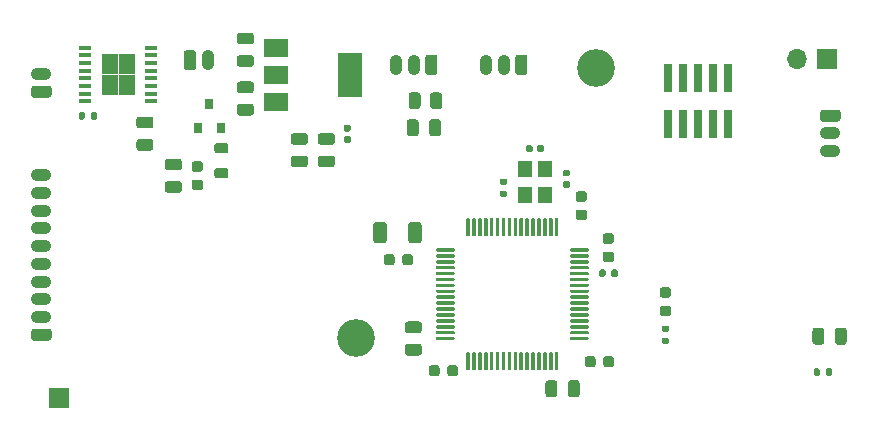
<source format=gbr>
G04 #@! TF.GenerationSoftware,KiCad,Pcbnew,(5.1.9)-1*
G04 #@! TF.CreationDate,2021-02-09T21:00:10+02:00*
G04 #@! TF.ProjectId,jantteri-main,6a616e74-7465-4726-992d-6d61696e2e6b,rev?*
G04 #@! TF.SameCoordinates,Original*
G04 #@! TF.FileFunction,Soldermask,Top*
G04 #@! TF.FilePolarity,Negative*
%FSLAX46Y46*%
G04 Gerber Fmt 4.6, Leading zero omitted, Abs format (unit mm)*
G04 Created by KiCad (PCBNEW (5.1.9)-1) date 2021-02-09 21:00:10*
%MOMM*%
%LPD*%
G01*
G04 APERTURE LIST*
%ADD10C,3.200000*%
%ADD11R,2.000000X1.500000*%
%ADD12R,2.000000X3.800000*%
%ADD13R,1.700000X1.700000*%
%ADD14O,1.700000X1.700000*%
%ADD15R,1.050000X0.450000*%
%ADD16R,1.470000X0.895000*%
%ADD17R,1.200000X1.400000*%
%ADD18R,0.740000X2.400000*%
%ADD19O,1.730000X1.030000*%
%ADD20O,1.030000X1.730000*%
%ADD21R,0.800000X0.900000*%
G04 APERTURE END LIST*
D10*
X168402000Y-77470000D03*
X188722000Y-54610000D03*
D11*
X161569000Y-52945000D03*
X161569000Y-57545000D03*
X161569000Y-55245000D03*
D12*
X167869000Y-55245000D03*
G36*
G01*
X185285000Y-67337000D02*
X185435000Y-67337000D01*
G75*
G02*
X185510000Y-67412000I0J-75000D01*
G01*
X185510000Y-68812000D01*
G75*
G02*
X185435000Y-68887000I-75000J0D01*
G01*
X185285000Y-68887000D01*
G75*
G02*
X185210000Y-68812000I0J75000D01*
G01*
X185210000Y-67412000D01*
G75*
G02*
X185285000Y-67337000I75000J0D01*
G01*
G37*
G36*
G01*
X184785000Y-67337000D02*
X184935000Y-67337000D01*
G75*
G02*
X185010000Y-67412000I0J-75000D01*
G01*
X185010000Y-68812000D01*
G75*
G02*
X184935000Y-68887000I-75000J0D01*
G01*
X184785000Y-68887000D01*
G75*
G02*
X184710000Y-68812000I0J75000D01*
G01*
X184710000Y-67412000D01*
G75*
G02*
X184785000Y-67337000I75000J0D01*
G01*
G37*
G36*
G01*
X184285000Y-67337000D02*
X184435000Y-67337000D01*
G75*
G02*
X184510000Y-67412000I0J-75000D01*
G01*
X184510000Y-68812000D01*
G75*
G02*
X184435000Y-68887000I-75000J0D01*
G01*
X184285000Y-68887000D01*
G75*
G02*
X184210000Y-68812000I0J75000D01*
G01*
X184210000Y-67412000D01*
G75*
G02*
X184285000Y-67337000I75000J0D01*
G01*
G37*
G36*
G01*
X183785000Y-67337000D02*
X183935000Y-67337000D01*
G75*
G02*
X184010000Y-67412000I0J-75000D01*
G01*
X184010000Y-68812000D01*
G75*
G02*
X183935000Y-68887000I-75000J0D01*
G01*
X183785000Y-68887000D01*
G75*
G02*
X183710000Y-68812000I0J75000D01*
G01*
X183710000Y-67412000D01*
G75*
G02*
X183785000Y-67337000I75000J0D01*
G01*
G37*
G36*
G01*
X183285000Y-67337000D02*
X183435000Y-67337000D01*
G75*
G02*
X183510000Y-67412000I0J-75000D01*
G01*
X183510000Y-68812000D01*
G75*
G02*
X183435000Y-68887000I-75000J0D01*
G01*
X183285000Y-68887000D01*
G75*
G02*
X183210000Y-68812000I0J75000D01*
G01*
X183210000Y-67412000D01*
G75*
G02*
X183285000Y-67337000I75000J0D01*
G01*
G37*
G36*
G01*
X182785000Y-67337000D02*
X182935000Y-67337000D01*
G75*
G02*
X183010000Y-67412000I0J-75000D01*
G01*
X183010000Y-68812000D01*
G75*
G02*
X182935000Y-68887000I-75000J0D01*
G01*
X182785000Y-68887000D01*
G75*
G02*
X182710000Y-68812000I0J75000D01*
G01*
X182710000Y-67412000D01*
G75*
G02*
X182785000Y-67337000I75000J0D01*
G01*
G37*
G36*
G01*
X182285000Y-67337000D02*
X182435000Y-67337000D01*
G75*
G02*
X182510000Y-67412000I0J-75000D01*
G01*
X182510000Y-68812000D01*
G75*
G02*
X182435000Y-68887000I-75000J0D01*
G01*
X182285000Y-68887000D01*
G75*
G02*
X182210000Y-68812000I0J75000D01*
G01*
X182210000Y-67412000D01*
G75*
G02*
X182285000Y-67337000I75000J0D01*
G01*
G37*
G36*
G01*
X181785000Y-67337000D02*
X181935000Y-67337000D01*
G75*
G02*
X182010000Y-67412000I0J-75000D01*
G01*
X182010000Y-68812000D01*
G75*
G02*
X181935000Y-68887000I-75000J0D01*
G01*
X181785000Y-68887000D01*
G75*
G02*
X181710000Y-68812000I0J75000D01*
G01*
X181710000Y-67412000D01*
G75*
G02*
X181785000Y-67337000I75000J0D01*
G01*
G37*
G36*
G01*
X181285000Y-67337000D02*
X181435000Y-67337000D01*
G75*
G02*
X181510000Y-67412000I0J-75000D01*
G01*
X181510000Y-68812000D01*
G75*
G02*
X181435000Y-68887000I-75000J0D01*
G01*
X181285000Y-68887000D01*
G75*
G02*
X181210000Y-68812000I0J75000D01*
G01*
X181210000Y-67412000D01*
G75*
G02*
X181285000Y-67337000I75000J0D01*
G01*
G37*
G36*
G01*
X180785000Y-67337000D02*
X180935000Y-67337000D01*
G75*
G02*
X181010000Y-67412000I0J-75000D01*
G01*
X181010000Y-68812000D01*
G75*
G02*
X180935000Y-68887000I-75000J0D01*
G01*
X180785000Y-68887000D01*
G75*
G02*
X180710000Y-68812000I0J75000D01*
G01*
X180710000Y-67412000D01*
G75*
G02*
X180785000Y-67337000I75000J0D01*
G01*
G37*
G36*
G01*
X180285000Y-67337000D02*
X180435000Y-67337000D01*
G75*
G02*
X180510000Y-67412000I0J-75000D01*
G01*
X180510000Y-68812000D01*
G75*
G02*
X180435000Y-68887000I-75000J0D01*
G01*
X180285000Y-68887000D01*
G75*
G02*
X180210000Y-68812000I0J75000D01*
G01*
X180210000Y-67412000D01*
G75*
G02*
X180285000Y-67337000I75000J0D01*
G01*
G37*
G36*
G01*
X179785000Y-67337000D02*
X179935000Y-67337000D01*
G75*
G02*
X180010000Y-67412000I0J-75000D01*
G01*
X180010000Y-68812000D01*
G75*
G02*
X179935000Y-68887000I-75000J0D01*
G01*
X179785000Y-68887000D01*
G75*
G02*
X179710000Y-68812000I0J75000D01*
G01*
X179710000Y-67412000D01*
G75*
G02*
X179785000Y-67337000I75000J0D01*
G01*
G37*
G36*
G01*
X179285000Y-67337000D02*
X179435000Y-67337000D01*
G75*
G02*
X179510000Y-67412000I0J-75000D01*
G01*
X179510000Y-68812000D01*
G75*
G02*
X179435000Y-68887000I-75000J0D01*
G01*
X179285000Y-68887000D01*
G75*
G02*
X179210000Y-68812000I0J75000D01*
G01*
X179210000Y-67412000D01*
G75*
G02*
X179285000Y-67337000I75000J0D01*
G01*
G37*
G36*
G01*
X178785000Y-67337000D02*
X178935000Y-67337000D01*
G75*
G02*
X179010000Y-67412000I0J-75000D01*
G01*
X179010000Y-68812000D01*
G75*
G02*
X178935000Y-68887000I-75000J0D01*
G01*
X178785000Y-68887000D01*
G75*
G02*
X178710000Y-68812000I0J75000D01*
G01*
X178710000Y-67412000D01*
G75*
G02*
X178785000Y-67337000I75000J0D01*
G01*
G37*
G36*
G01*
X178285000Y-67337000D02*
X178435000Y-67337000D01*
G75*
G02*
X178510000Y-67412000I0J-75000D01*
G01*
X178510000Y-68812000D01*
G75*
G02*
X178435000Y-68887000I-75000J0D01*
G01*
X178285000Y-68887000D01*
G75*
G02*
X178210000Y-68812000I0J75000D01*
G01*
X178210000Y-67412000D01*
G75*
G02*
X178285000Y-67337000I75000J0D01*
G01*
G37*
G36*
G01*
X177785000Y-67337000D02*
X177935000Y-67337000D01*
G75*
G02*
X178010000Y-67412000I0J-75000D01*
G01*
X178010000Y-68812000D01*
G75*
G02*
X177935000Y-68887000I-75000J0D01*
G01*
X177785000Y-68887000D01*
G75*
G02*
X177710000Y-68812000I0J75000D01*
G01*
X177710000Y-67412000D01*
G75*
G02*
X177785000Y-67337000I75000J0D01*
G01*
G37*
G36*
G01*
X175235000Y-69887000D02*
X176635000Y-69887000D01*
G75*
G02*
X176710000Y-69962000I0J-75000D01*
G01*
X176710000Y-70112000D01*
G75*
G02*
X176635000Y-70187000I-75000J0D01*
G01*
X175235000Y-70187000D01*
G75*
G02*
X175160000Y-70112000I0J75000D01*
G01*
X175160000Y-69962000D01*
G75*
G02*
X175235000Y-69887000I75000J0D01*
G01*
G37*
G36*
G01*
X175235000Y-70387000D02*
X176635000Y-70387000D01*
G75*
G02*
X176710000Y-70462000I0J-75000D01*
G01*
X176710000Y-70612000D01*
G75*
G02*
X176635000Y-70687000I-75000J0D01*
G01*
X175235000Y-70687000D01*
G75*
G02*
X175160000Y-70612000I0J75000D01*
G01*
X175160000Y-70462000D01*
G75*
G02*
X175235000Y-70387000I75000J0D01*
G01*
G37*
G36*
G01*
X175235000Y-70887000D02*
X176635000Y-70887000D01*
G75*
G02*
X176710000Y-70962000I0J-75000D01*
G01*
X176710000Y-71112000D01*
G75*
G02*
X176635000Y-71187000I-75000J0D01*
G01*
X175235000Y-71187000D01*
G75*
G02*
X175160000Y-71112000I0J75000D01*
G01*
X175160000Y-70962000D01*
G75*
G02*
X175235000Y-70887000I75000J0D01*
G01*
G37*
G36*
G01*
X175235000Y-71387000D02*
X176635000Y-71387000D01*
G75*
G02*
X176710000Y-71462000I0J-75000D01*
G01*
X176710000Y-71612000D01*
G75*
G02*
X176635000Y-71687000I-75000J0D01*
G01*
X175235000Y-71687000D01*
G75*
G02*
X175160000Y-71612000I0J75000D01*
G01*
X175160000Y-71462000D01*
G75*
G02*
X175235000Y-71387000I75000J0D01*
G01*
G37*
G36*
G01*
X175235000Y-71887000D02*
X176635000Y-71887000D01*
G75*
G02*
X176710000Y-71962000I0J-75000D01*
G01*
X176710000Y-72112000D01*
G75*
G02*
X176635000Y-72187000I-75000J0D01*
G01*
X175235000Y-72187000D01*
G75*
G02*
X175160000Y-72112000I0J75000D01*
G01*
X175160000Y-71962000D01*
G75*
G02*
X175235000Y-71887000I75000J0D01*
G01*
G37*
G36*
G01*
X175235000Y-72387000D02*
X176635000Y-72387000D01*
G75*
G02*
X176710000Y-72462000I0J-75000D01*
G01*
X176710000Y-72612000D01*
G75*
G02*
X176635000Y-72687000I-75000J0D01*
G01*
X175235000Y-72687000D01*
G75*
G02*
X175160000Y-72612000I0J75000D01*
G01*
X175160000Y-72462000D01*
G75*
G02*
X175235000Y-72387000I75000J0D01*
G01*
G37*
G36*
G01*
X175235000Y-72887000D02*
X176635000Y-72887000D01*
G75*
G02*
X176710000Y-72962000I0J-75000D01*
G01*
X176710000Y-73112000D01*
G75*
G02*
X176635000Y-73187000I-75000J0D01*
G01*
X175235000Y-73187000D01*
G75*
G02*
X175160000Y-73112000I0J75000D01*
G01*
X175160000Y-72962000D01*
G75*
G02*
X175235000Y-72887000I75000J0D01*
G01*
G37*
G36*
G01*
X175235000Y-73387000D02*
X176635000Y-73387000D01*
G75*
G02*
X176710000Y-73462000I0J-75000D01*
G01*
X176710000Y-73612000D01*
G75*
G02*
X176635000Y-73687000I-75000J0D01*
G01*
X175235000Y-73687000D01*
G75*
G02*
X175160000Y-73612000I0J75000D01*
G01*
X175160000Y-73462000D01*
G75*
G02*
X175235000Y-73387000I75000J0D01*
G01*
G37*
G36*
G01*
X175235000Y-73887000D02*
X176635000Y-73887000D01*
G75*
G02*
X176710000Y-73962000I0J-75000D01*
G01*
X176710000Y-74112000D01*
G75*
G02*
X176635000Y-74187000I-75000J0D01*
G01*
X175235000Y-74187000D01*
G75*
G02*
X175160000Y-74112000I0J75000D01*
G01*
X175160000Y-73962000D01*
G75*
G02*
X175235000Y-73887000I75000J0D01*
G01*
G37*
G36*
G01*
X175235000Y-74387000D02*
X176635000Y-74387000D01*
G75*
G02*
X176710000Y-74462000I0J-75000D01*
G01*
X176710000Y-74612000D01*
G75*
G02*
X176635000Y-74687000I-75000J0D01*
G01*
X175235000Y-74687000D01*
G75*
G02*
X175160000Y-74612000I0J75000D01*
G01*
X175160000Y-74462000D01*
G75*
G02*
X175235000Y-74387000I75000J0D01*
G01*
G37*
G36*
G01*
X175235000Y-74887000D02*
X176635000Y-74887000D01*
G75*
G02*
X176710000Y-74962000I0J-75000D01*
G01*
X176710000Y-75112000D01*
G75*
G02*
X176635000Y-75187000I-75000J0D01*
G01*
X175235000Y-75187000D01*
G75*
G02*
X175160000Y-75112000I0J75000D01*
G01*
X175160000Y-74962000D01*
G75*
G02*
X175235000Y-74887000I75000J0D01*
G01*
G37*
G36*
G01*
X175235000Y-75387000D02*
X176635000Y-75387000D01*
G75*
G02*
X176710000Y-75462000I0J-75000D01*
G01*
X176710000Y-75612000D01*
G75*
G02*
X176635000Y-75687000I-75000J0D01*
G01*
X175235000Y-75687000D01*
G75*
G02*
X175160000Y-75612000I0J75000D01*
G01*
X175160000Y-75462000D01*
G75*
G02*
X175235000Y-75387000I75000J0D01*
G01*
G37*
G36*
G01*
X175235000Y-75887000D02*
X176635000Y-75887000D01*
G75*
G02*
X176710000Y-75962000I0J-75000D01*
G01*
X176710000Y-76112000D01*
G75*
G02*
X176635000Y-76187000I-75000J0D01*
G01*
X175235000Y-76187000D01*
G75*
G02*
X175160000Y-76112000I0J75000D01*
G01*
X175160000Y-75962000D01*
G75*
G02*
X175235000Y-75887000I75000J0D01*
G01*
G37*
G36*
G01*
X175235000Y-76387000D02*
X176635000Y-76387000D01*
G75*
G02*
X176710000Y-76462000I0J-75000D01*
G01*
X176710000Y-76612000D01*
G75*
G02*
X176635000Y-76687000I-75000J0D01*
G01*
X175235000Y-76687000D01*
G75*
G02*
X175160000Y-76612000I0J75000D01*
G01*
X175160000Y-76462000D01*
G75*
G02*
X175235000Y-76387000I75000J0D01*
G01*
G37*
G36*
G01*
X175235000Y-76887000D02*
X176635000Y-76887000D01*
G75*
G02*
X176710000Y-76962000I0J-75000D01*
G01*
X176710000Y-77112000D01*
G75*
G02*
X176635000Y-77187000I-75000J0D01*
G01*
X175235000Y-77187000D01*
G75*
G02*
X175160000Y-77112000I0J75000D01*
G01*
X175160000Y-76962000D01*
G75*
G02*
X175235000Y-76887000I75000J0D01*
G01*
G37*
G36*
G01*
X175235000Y-77387000D02*
X176635000Y-77387000D01*
G75*
G02*
X176710000Y-77462000I0J-75000D01*
G01*
X176710000Y-77612000D01*
G75*
G02*
X176635000Y-77687000I-75000J0D01*
G01*
X175235000Y-77687000D01*
G75*
G02*
X175160000Y-77612000I0J75000D01*
G01*
X175160000Y-77462000D01*
G75*
G02*
X175235000Y-77387000I75000J0D01*
G01*
G37*
G36*
G01*
X177785000Y-78687000D02*
X177935000Y-78687000D01*
G75*
G02*
X178010000Y-78762000I0J-75000D01*
G01*
X178010000Y-80162000D01*
G75*
G02*
X177935000Y-80237000I-75000J0D01*
G01*
X177785000Y-80237000D01*
G75*
G02*
X177710000Y-80162000I0J75000D01*
G01*
X177710000Y-78762000D01*
G75*
G02*
X177785000Y-78687000I75000J0D01*
G01*
G37*
G36*
G01*
X178285000Y-78687000D02*
X178435000Y-78687000D01*
G75*
G02*
X178510000Y-78762000I0J-75000D01*
G01*
X178510000Y-80162000D01*
G75*
G02*
X178435000Y-80237000I-75000J0D01*
G01*
X178285000Y-80237000D01*
G75*
G02*
X178210000Y-80162000I0J75000D01*
G01*
X178210000Y-78762000D01*
G75*
G02*
X178285000Y-78687000I75000J0D01*
G01*
G37*
G36*
G01*
X178785000Y-78687000D02*
X178935000Y-78687000D01*
G75*
G02*
X179010000Y-78762000I0J-75000D01*
G01*
X179010000Y-80162000D01*
G75*
G02*
X178935000Y-80237000I-75000J0D01*
G01*
X178785000Y-80237000D01*
G75*
G02*
X178710000Y-80162000I0J75000D01*
G01*
X178710000Y-78762000D01*
G75*
G02*
X178785000Y-78687000I75000J0D01*
G01*
G37*
G36*
G01*
X179285000Y-78687000D02*
X179435000Y-78687000D01*
G75*
G02*
X179510000Y-78762000I0J-75000D01*
G01*
X179510000Y-80162000D01*
G75*
G02*
X179435000Y-80237000I-75000J0D01*
G01*
X179285000Y-80237000D01*
G75*
G02*
X179210000Y-80162000I0J75000D01*
G01*
X179210000Y-78762000D01*
G75*
G02*
X179285000Y-78687000I75000J0D01*
G01*
G37*
G36*
G01*
X179785000Y-78687000D02*
X179935000Y-78687000D01*
G75*
G02*
X180010000Y-78762000I0J-75000D01*
G01*
X180010000Y-80162000D01*
G75*
G02*
X179935000Y-80237000I-75000J0D01*
G01*
X179785000Y-80237000D01*
G75*
G02*
X179710000Y-80162000I0J75000D01*
G01*
X179710000Y-78762000D01*
G75*
G02*
X179785000Y-78687000I75000J0D01*
G01*
G37*
G36*
G01*
X180285000Y-78687000D02*
X180435000Y-78687000D01*
G75*
G02*
X180510000Y-78762000I0J-75000D01*
G01*
X180510000Y-80162000D01*
G75*
G02*
X180435000Y-80237000I-75000J0D01*
G01*
X180285000Y-80237000D01*
G75*
G02*
X180210000Y-80162000I0J75000D01*
G01*
X180210000Y-78762000D01*
G75*
G02*
X180285000Y-78687000I75000J0D01*
G01*
G37*
G36*
G01*
X180785000Y-78687000D02*
X180935000Y-78687000D01*
G75*
G02*
X181010000Y-78762000I0J-75000D01*
G01*
X181010000Y-80162000D01*
G75*
G02*
X180935000Y-80237000I-75000J0D01*
G01*
X180785000Y-80237000D01*
G75*
G02*
X180710000Y-80162000I0J75000D01*
G01*
X180710000Y-78762000D01*
G75*
G02*
X180785000Y-78687000I75000J0D01*
G01*
G37*
G36*
G01*
X181285000Y-78687000D02*
X181435000Y-78687000D01*
G75*
G02*
X181510000Y-78762000I0J-75000D01*
G01*
X181510000Y-80162000D01*
G75*
G02*
X181435000Y-80237000I-75000J0D01*
G01*
X181285000Y-80237000D01*
G75*
G02*
X181210000Y-80162000I0J75000D01*
G01*
X181210000Y-78762000D01*
G75*
G02*
X181285000Y-78687000I75000J0D01*
G01*
G37*
G36*
G01*
X181785000Y-78687000D02*
X181935000Y-78687000D01*
G75*
G02*
X182010000Y-78762000I0J-75000D01*
G01*
X182010000Y-80162000D01*
G75*
G02*
X181935000Y-80237000I-75000J0D01*
G01*
X181785000Y-80237000D01*
G75*
G02*
X181710000Y-80162000I0J75000D01*
G01*
X181710000Y-78762000D01*
G75*
G02*
X181785000Y-78687000I75000J0D01*
G01*
G37*
G36*
G01*
X182285000Y-78687000D02*
X182435000Y-78687000D01*
G75*
G02*
X182510000Y-78762000I0J-75000D01*
G01*
X182510000Y-80162000D01*
G75*
G02*
X182435000Y-80237000I-75000J0D01*
G01*
X182285000Y-80237000D01*
G75*
G02*
X182210000Y-80162000I0J75000D01*
G01*
X182210000Y-78762000D01*
G75*
G02*
X182285000Y-78687000I75000J0D01*
G01*
G37*
G36*
G01*
X182785000Y-78687000D02*
X182935000Y-78687000D01*
G75*
G02*
X183010000Y-78762000I0J-75000D01*
G01*
X183010000Y-80162000D01*
G75*
G02*
X182935000Y-80237000I-75000J0D01*
G01*
X182785000Y-80237000D01*
G75*
G02*
X182710000Y-80162000I0J75000D01*
G01*
X182710000Y-78762000D01*
G75*
G02*
X182785000Y-78687000I75000J0D01*
G01*
G37*
G36*
G01*
X183285000Y-78687000D02*
X183435000Y-78687000D01*
G75*
G02*
X183510000Y-78762000I0J-75000D01*
G01*
X183510000Y-80162000D01*
G75*
G02*
X183435000Y-80237000I-75000J0D01*
G01*
X183285000Y-80237000D01*
G75*
G02*
X183210000Y-80162000I0J75000D01*
G01*
X183210000Y-78762000D01*
G75*
G02*
X183285000Y-78687000I75000J0D01*
G01*
G37*
G36*
G01*
X183785000Y-78687000D02*
X183935000Y-78687000D01*
G75*
G02*
X184010000Y-78762000I0J-75000D01*
G01*
X184010000Y-80162000D01*
G75*
G02*
X183935000Y-80237000I-75000J0D01*
G01*
X183785000Y-80237000D01*
G75*
G02*
X183710000Y-80162000I0J75000D01*
G01*
X183710000Y-78762000D01*
G75*
G02*
X183785000Y-78687000I75000J0D01*
G01*
G37*
G36*
G01*
X184285000Y-78687000D02*
X184435000Y-78687000D01*
G75*
G02*
X184510000Y-78762000I0J-75000D01*
G01*
X184510000Y-80162000D01*
G75*
G02*
X184435000Y-80237000I-75000J0D01*
G01*
X184285000Y-80237000D01*
G75*
G02*
X184210000Y-80162000I0J75000D01*
G01*
X184210000Y-78762000D01*
G75*
G02*
X184285000Y-78687000I75000J0D01*
G01*
G37*
G36*
G01*
X184785000Y-78687000D02*
X184935000Y-78687000D01*
G75*
G02*
X185010000Y-78762000I0J-75000D01*
G01*
X185010000Y-80162000D01*
G75*
G02*
X184935000Y-80237000I-75000J0D01*
G01*
X184785000Y-80237000D01*
G75*
G02*
X184710000Y-80162000I0J75000D01*
G01*
X184710000Y-78762000D01*
G75*
G02*
X184785000Y-78687000I75000J0D01*
G01*
G37*
G36*
G01*
X185285000Y-78687000D02*
X185435000Y-78687000D01*
G75*
G02*
X185510000Y-78762000I0J-75000D01*
G01*
X185510000Y-80162000D01*
G75*
G02*
X185435000Y-80237000I-75000J0D01*
G01*
X185285000Y-80237000D01*
G75*
G02*
X185210000Y-80162000I0J75000D01*
G01*
X185210000Y-78762000D01*
G75*
G02*
X185285000Y-78687000I75000J0D01*
G01*
G37*
G36*
G01*
X186585000Y-77387000D02*
X187985000Y-77387000D01*
G75*
G02*
X188060000Y-77462000I0J-75000D01*
G01*
X188060000Y-77612000D01*
G75*
G02*
X187985000Y-77687000I-75000J0D01*
G01*
X186585000Y-77687000D01*
G75*
G02*
X186510000Y-77612000I0J75000D01*
G01*
X186510000Y-77462000D01*
G75*
G02*
X186585000Y-77387000I75000J0D01*
G01*
G37*
G36*
G01*
X186585000Y-76887000D02*
X187985000Y-76887000D01*
G75*
G02*
X188060000Y-76962000I0J-75000D01*
G01*
X188060000Y-77112000D01*
G75*
G02*
X187985000Y-77187000I-75000J0D01*
G01*
X186585000Y-77187000D01*
G75*
G02*
X186510000Y-77112000I0J75000D01*
G01*
X186510000Y-76962000D01*
G75*
G02*
X186585000Y-76887000I75000J0D01*
G01*
G37*
G36*
G01*
X186585000Y-76387000D02*
X187985000Y-76387000D01*
G75*
G02*
X188060000Y-76462000I0J-75000D01*
G01*
X188060000Y-76612000D01*
G75*
G02*
X187985000Y-76687000I-75000J0D01*
G01*
X186585000Y-76687000D01*
G75*
G02*
X186510000Y-76612000I0J75000D01*
G01*
X186510000Y-76462000D01*
G75*
G02*
X186585000Y-76387000I75000J0D01*
G01*
G37*
G36*
G01*
X186585000Y-75887000D02*
X187985000Y-75887000D01*
G75*
G02*
X188060000Y-75962000I0J-75000D01*
G01*
X188060000Y-76112000D01*
G75*
G02*
X187985000Y-76187000I-75000J0D01*
G01*
X186585000Y-76187000D01*
G75*
G02*
X186510000Y-76112000I0J75000D01*
G01*
X186510000Y-75962000D01*
G75*
G02*
X186585000Y-75887000I75000J0D01*
G01*
G37*
G36*
G01*
X186585000Y-75387000D02*
X187985000Y-75387000D01*
G75*
G02*
X188060000Y-75462000I0J-75000D01*
G01*
X188060000Y-75612000D01*
G75*
G02*
X187985000Y-75687000I-75000J0D01*
G01*
X186585000Y-75687000D01*
G75*
G02*
X186510000Y-75612000I0J75000D01*
G01*
X186510000Y-75462000D01*
G75*
G02*
X186585000Y-75387000I75000J0D01*
G01*
G37*
G36*
G01*
X186585000Y-74887000D02*
X187985000Y-74887000D01*
G75*
G02*
X188060000Y-74962000I0J-75000D01*
G01*
X188060000Y-75112000D01*
G75*
G02*
X187985000Y-75187000I-75000J0D01*
G01*
X186585000Y-75187000D01*
G75*
G02*
X186510000Y-75112000I0J75000D01*
G01*
X186510000Y-74962000D01*
G75*
G02*
X186585000Y-74887000I75000J0D01*
G01*
G37*
G36*
G01*
X186585000Y-74387000D02*
X187985000Y-74387000D01*
G75*
G02*
X188060000Y-74462000I0J-75000D01*
G01*
X188060000Y-74612000D01*
G75*
G02*
X187985000Y-74687000I-75000J0D01*
G01*
X186585000Y-74687000D01*
G75*
G02*
X186510000Y-74612000I0J75000D01*
G01*
X186510000Y-74462000D01*
G75*
G02*
X186585000Y-74387000I75000J0D01*
G01*
G37*
G36*
G01*
X186585000Y-73887000D02*
X187985000Y-73887000D01*
G75*
G02*
X188060000Y-73962000I0J-75000D01*
G01*
X188060000Y-74112000D01*
G75*
G02*
X187985000Y-74187000I-75000J0D01*
G01*
X186585000Y-74187000D01*
G75*
G02*
X186510000Y-74112000I0J75000D01*
G01*
X186510000Y-73962000D01*
G75*
G02*
X186585000Y-73887000I75000J0D01*
G01*
G37*
G36*
G01*
X186585000Y-73387000D02*
X187985000Y-73387000D01*
G75*
G02*
X188060000Y-73462000I0J-75000D01*
G01*
X188060000Y-73612000D01*
G75*
G02*
X187985000Y-73687000I-75000J0D01*
G01*
X186585000Y-73687000D01*
G75*
G02*
X186510000Y-73612000I0J75000D01*
G01*
X186510000Y-73462000D01*
G75*
G02*
X186585000Y-73387000I75000J0D01*
G01*
G37*
G36*
G01*
X186585000Y-72887000D02*
X187985000Y-72887000D01*
G75*
G02*
X188060000Y-72962000I0J-75000D01*
G01*
X188060000Y-73112000D01*
G75*
G02*
X187985000Y-73187000I-75000J0D01*
G01*
X186585000Y-73187000D01*
G75*
G02*
X186510000Y-73112000I0J75000D01*
G01*
X186510000Y-72962000D01*
G75*
G02*
X186585000Y-72887000I75000J0D01*
G01*
G37*
G36*
G01*
X186585000Y-72387000D02*
X187985000Y-72387000D01*
G75*
G02*
X188060000Y-72462000I0J-75000D01*
G01*
X188060000Y-72612000D01*
G75*
G02*
X187985000Y-72687000I-75000J0D01*
G01*
X186585000Y-72687000D01*
G75*
G02*
X186510000Y-72612000I0J75000D01*
G01*
X186510000Y-72462000D01*
G75*
G02*
X186585000Y-72387000I75000J0D01*
G01*
G37*
G36*
G01*
X186585000Y-71887000D02*
X187985000Y-71887000D01*
G75*
G02*
X188060000Y-71962000I0J-75000D01*
G01*
X188060000Y-72112000D01*
G75*
G02*
X187985000Y-72187000I-75000J0D01*
G01*
X186585000Y-72187000D01*
G75*
G02*
X186510000Y-72112000I0J75000D01*
G01*
X186510000Y-71962000D01*
G75*
G02*
X186585000Y-71887000I75000J0D01*
G01*
G37*
G36*
G01*
X186585000Y-71387000D02*
X187985000Y-71387000D01*
G75*
G02*
X188060000Y-71462000I0J-75000D01*
G01*
X188060000Y-71612000D01*
G75*
G02*
X187985000Y-71687000I-75000J0D01*
G01*
X186585000Y-71687000D01*
G75*
G02*
X186510000Y-71612000I0J75000D01*
G01*
X186510000Y-71462000D01*
G75*
G02*
X186585000Y-71387000I75000J0D01*
G01*
G37*
G36*
G01*
X186585000Y-70887000D02*
X187985000Y-70887000D01*
G75*
G02*
X188060000Y-70962000I0J-75000D01*
G01*
X188060000Y-71112000D01*
G75*
G02*
X187985000Y-71187000I-75000J0D01*
G01*
X186585000Y-71187000D01*
G75*
G02*
X186510000Y-71112000I0J75000D01*
G01*
X186510000Y-70962000D01*
G75*
G02*
X186585000Y-70887000I75000J0D01*
G01*
G37*
G36*
G01*
X186585000Y-70387000D02*
X187985000Y-70387000D01*
G75*
G02*
X188060000Y-70462000I0J-75000D01*
G01*
X188060000Y-70612000D01*
G75*
G02*
X187985000Y-70687000I-75000J0D01*
G01*
X186585000Y-70687000D01*
G75*
G02*
X186510000Y-70612000I0J75000D01*
G01*
X186510000Y-70462000D01*
G75*
G02*
X186585000Y-70387000I75000J0D01*
G01*
G37*
G36*
G01*
X186585000Y-69887000D02*
X187985000Y-69887000D01*
G75*
G02*
X188060000Y-69962000I0J-75000D01*
G01*
X188060000Y-70112000D01*
G75*
G02*
X187985000Y-70187000I-75000J0D01*
G01*
X186585000Y-70187000D01*
G75*
G02*
X186510000Y-70112000I0J75000D01*
G01*
X186510000Y-69962000D01*
G75*
G02*
X186585000Y-69887000I75000J0D01*
G01*
G37*
G36*
G01*
X173930000Y-67929999D02*
X173930000Y-69230001D01*
G75*
G02*
X173680001Y-69480000I-249999J0D01*
G01*
X173029999Y-69480000D01*
G75*
G02*
X172780000Y-69230001I0J249999D01*
G01*
X172780000Y-67929999D01*
G75*
G02*
X173029999Y-67680000I249999J0D01*
G01*
X173680001Y-67680000D01*
G75*
G02*
X173930000Y-67929999I0J-249999D01*
G01*
G37*
G36*
G01*
X170980000Y-67929999D02*
X170980000Y-69230001D01*
G75*
G02*
X170730001Y-69480000I-249999J0D01*
G01*
X170079999Y-69480000D01*
G75*
G02*
X169830000Y-69230001I0J249999D01*
G01*
X169830000Y-67929999D01*
G75*
G02*
X170079999Y-67680000I249999J0D01*
G01*
X170730001Y-67680000D01*
G75*
G02*
X170980000Y-67929999I0J-249999D01*
G01*
G37*
G36*
G01*
X159479000Y-56766000D02*
X158529000Y-56766000D01*
G75*
G02*
X158279000Y-56516000I0J250000D01*
G01*
X158279000Y-56016000D01*
G75*
G02*
X158529000Y-55766000I250000J0D01*
G01*
X159479000Y-55766000D01*
G75*
G02*
X159729000Y-56016000I0J-250000D01*
G01*
X159729000Y-56516000D01*
G75*
G02*
X159479000Y-56766000I-250000J0D01*
G01*
G37*
G36*
G01*
X159479000Y-58666000D02*
X158529000Y-58666000D01*
G75*
G02*
X158279000Y-58416000I0J250000D01*
G01*
X158279000Y-57916000D01*
G75*
G02*
X158529000Y-57666000I250000J0D01*
G01*
X159479000Y-57666000D01*
G75*
G02*
X159729000Y-57916000I0J-250000D01*
G01*
X159729000Y-58416000D01*
G75*
G02*
X159479000Y-58666000I-250000J0D01*
G01*
G37*
G36*
G01*
X165387000Y-62045000D02*
X166337000Y-62045000D01*
G75*
G02*
X166587000Y-62295000I0J-250000D01*
G01*
X166587000Y-62795000D01*
G75*
G02*
X166337000Y-63045000I-250000J0D01*
G01*
X165387000Y-63045000D01*
G75*
G02*
X165137000Y-62795000I0J250000D01*
G01*
X165137000Y-62295000D01*
G75*
G02*
X165387000Y-62045000I250000J0D01*
G01*
G37*
G36*
G01*
X165387000Y-60145000D02*
X166337000Y-60145000D01*
G75*
G02*
X166587000Y-60395000I0J-250000D01*
G01*
X166587000Y-60895000D01*
G75*
G02*
X166337000Y-61145000I-250000J0D01*
G01*
X165387000Y-61145000D01*
G75*
G02*
X165137000Y-60895000I0J250000D01*
G01*
X165137000Y-60395000D01*
G75*
G02*
X165387000Y-60145000I250000J0D01*
G01*
G37*
G36*
G01*
X159479000Y-52636000D02*
X158529000Y-52636000D01*
G75*
G02*
X158279000Y-52386000I0J250000D01*
G01*
X158279000Y-51886000D01*
G75*
G02*
X158529000Y-51636000I250000J0D01*
G01*
X159479000Y-51636000D01*
G75*
G02*
X159729000Y-51886000I0J-250000D01*
G01*
X159729000Y-52386000D01*
G75*
G02*
X159479000Y-52636000I-250000J0D01*
G01*
G37*
G36*
G01*
X159479000Y-54536000D02*
X158529000Y-54536000D01*
G75*
G02*
X158279000Y-54286000I0J250000D01*
G01*
X158279000Y-53786000D01*
G75*
G02*
X158529000Y-53536000I250000J0D01*
G01*
X159479000Y-53536000D01*
G75*
G02*
X159729000Y-53786000I0J-250000D01*
G01*
X159729000Y-54286000D01*
G75*
G02*
X159479000Y-54536000I-250000J0D01*
G01*
G37*
G36*
G01*
X163101000Y-60145000D02*
X164051000Y-60145000D01*
G75*
G02*
X164301000Y-60395000I0J-250000D01*
G01*
X164301000Y-60895000D01*
G75*
G02*
X164051000Y-61145000I-250000J0D01*
G01*
X163101000Y-61145000D01*
G75*
G02*
X162851000Y-60895000I0J250000D01*
G01*
X162851000Y-60395000D01*
G75*
G02*
X163101000Y-60145000I250000J0D01*
G01*
G37*
G36*
G01*
X163101000Y-62045000D02*
X164051000Y-62045000D01*
G75*
G02*
X164301000Y-62295000I0J-250000D01*
G01*
X164301000Y-62795000D01*
G75*
G02*
X164051000Y-63045000I-250000J0D01*
G01*
X163101000Y-63045000D01*
G75*
G02*
X162851000Y-62795000I0J250000D01*
G01*
X162851000Y-62295000D01*
G75*
G02*
X163101000Y-62045000I250000J0D01*
G01*
G37*
G36*
G01*
X172753000Y-76086000D02*
X173703000Y-76086000D01*
G75*
G02*
X173953000Y-76336000I0J-250000D01*
G01*
X173953000Y-76836000D01*
G75*
G02*
X173703000Y-77086000I-250000J0D01*
G01*
X172753000Y-77086000D01*
G75*
G02*
X172503000Y-76836000I0J250000D01*
G01*
X172503000Y-76336000D01*
G75*
G02*
X172753000Y-76086000I250000J0D01*
G01*
G37*
G36*
G01*
X172753000Y-77986000D02*
X173703000Y-77986000D01*
G75*
G02*
X173953000Y-78236000I0J-250000D01*
G01*
X173953000Y-78736000D01*
G75*
G02*
X173703000Y-78986000I-250000J0D01*
G01*
X172753000Y-78986000D01*
G75*
G02*
X172503000Y-78736000I0J250000D01*
G01*
X172503000Y-78236000D01*
G75*
G02*
X172753000Y-77986000I250000J0D01*
G01*
G37*
G36*
G01*
X186312000Y-82263000D02*
X186312000Y-81313000D01*
G75*
G02*
X186562000Y-81063000I250000J0D01*
G01*
X187062000Y-81063000D01*
G75*
G02*
X187312000Y-81313000I0J-250000D01*
G01*
X187312000Y-82263000D01*
G75*
G02*
X187062000Y-82513000I-250000J0D01*
G01*
X186562000Y-82513000D01*
G75*
G02*
X186312000Y-82263000I0J250000D01*
G01*
G37*
G36*
G01*
X184412000Y-82263000D02*
X184412000Y-81313000D01*
G75*
G02*
X184662000Y-81063000I250000J0D01*
G01*
X185162000Y-81063000D01*
G75*
G02*
X185412000Y-81313000I0J-250000D01*
G01*
X185412000Y-82263000D01*
G75*
G02*
X185162000Y-82513000I-250000J0D01*
G01*
X184662000Y-82513000D01*
G75*
G02*
X184412000Y-82263000I0J250000D01*
G01*
G37*
G36*
G01*
X186352000Y-64768000D02*
X186012000Y-64768000D01*
G75*
G02*
X185872000Y-64628000I0J140000D01*
G01*
X185872000Y-64348000D01*
G75*
G02*
X186012000Y-64208000I140000J0D01*
G01*
X186352000Y-64208000D01*
G75*
G02*
X186492000Y-64348000I0J-140000D01*
G01*
X186492000Y-64628000D01*
G75*
G02*
X186352000Y-64768000I-140000J0D01*
G01*
G37*
G36*
G01*
X186352000Y-63808000D02*
X186012000Y-63808000D01*
G75*
G02*
X185872000Y-63668000I0J140000D01*
G01*
X185872000Y-63388000D01*
G75*
G02*
X186012000Y-63248000I140000J0D01*
G01*
X186352000Y-63248000D01*
G75*
G02*
X186492000Y-63388000I0J-140000D01*
G01*
X186492000Y-63668000D01*
G75*
G02*
X186352000Y-63808000I-140000J0D01*
G01*
G37*
G36*
G01*
X183715000Y-61638000D02*
X183715000Y-61298000D01*
G75*
G02*
X183855000Y-61158000I140000J0D01*
G01*
X184135000Y-61158000D01*
G75*
G02*
X184275000Y-61298000I0J-140000D01*
G01*
X184275000Y-61638000D01*
G75*
G02*
X184135000Y-61778000I-140000J0D01*
G01*
X183855000Y-61778000D01*
G75*
G02*
X183715000Y-61638000I0J140000D01*
G01*
G37*
G36*
G01*
X182755000Y-61638000D02*
X182755000Y-61298000D01*
G75*
G02*
X182895000Y-61158000I140000J0D01*
G01*
X183175000Y-61158000D01*
G75*
G02*
X183315000Y-61298000I0J-140000D01*
G01*
X183315000Y-61638000D01*
G75*
G02*
X183175000Y-61778000I-140000J0D01*
G01*
X182895000Y-61778000D01*
G75*
G02*
X182755000Y-61638000I0J140000D01*
G01*
G37*
G36*
G01*
X207018000Y-77818000D02*
X207018000Y-76868000D01*
G75*
G02*
X207268000Y-76618000I250000J0D01*
G01*
X207768000Y-76618000D01*
G75*
G02*
X208018000Y-76868000I0J-250000D01*
G01*
X208018000Y-77818000D01*
G75*
G02*
X207768000Y-78068000I-250000J0D01*
G01*
X207268000Y-78068000D01*
G75*
G02*
X207018000Y-77818000I0J250000D01*
G01*
G37*
G36*
G01*
X208918000Y-77818000D02*
X208918000Y-76868000D01*
G75*
G02*
X209168000Y-76618000I250000J0D01*
G01*
X209668000Y-76618000D01*
G75*
G02*
X209918000Y-76868000I0J-250000D01*
G01*
X209918000Y-77818000D01*
G75*
G02*
X209668000Y-78068000I-250000J0D01*
G01*
X209168000Y-78068000D01*
G75*
G02*
X208918000Y-77818000I0J250000D01*
G01*
G37*
G36*
G01*
X175567000Y-59215000D02*
X175567000Y-60165000D01*
G75*
G02*
X175317000Y-60415000I-250000J0D01*
G01*
X174817000Y-60415000D01*
G75*
G02*
X174567000Y-60165000I0J250000D01*
G01*
X174567000Y-59215000D01*
G75*
G02*
X174817000Y-58965000I250000J0D01*
G01*
X175317000Y-58965000D01*
G75*
G02*
X175567000Y-59215000I0J-250000D01*
G01*
G37*
G36*
G01*
X173667000Y-59215000D02*
X173667000Y-60165000D01*
G75*
G02*
X173417000Y-60415000I-250000J0D01*
G01*
X172917000Y-60415000D01*
G75*
G02*
X172667000Y-60165000I0J250000D01*
G01*
X172667000Y-59215000D01*
G75*
G02*
X172917000Y-58965000I250000J0D01*
G01*
X173417000Y-58965000D01*
G75*
G02*
X173667000Y-59215000I0J-250000D01*
G01*
G37*
G36*
G01*
X152433000Y-62304000D02*
X153383000Y-62304000D01*
G75*
G02*
X153633000Y-62554000I0J-250000D01*
G01*
X153633000Y-63054000D01*
G75*
G02*
X153383000Y-63304000I-250000J0D01*
G01*
X152433000Y-63304000D01*
G75*
G02*
X152183000Y-63054000I0J250000D01*
G01*
X152183000Y-62554000D01*
G75*
G02*
X152433000Y-62304000I250000J0D01*
G01*
G37*
G36*
G01*
X152433000Y-64204000D02*
X153383000Y-64204000D01*
G75*
G02*
X153633000Y-64454000I0J-250000D01*
G01*
X153633000Y-64954000D01*
G75*
G02*
X153383000Y-65204000I-250000J0D01*
G01*
X152433000Y-65204000D01*
G75*
G02*
X152183000Y-64954000I0J250000D01*
G01*
X152183000Y-64454000D01*
G75*
G02*
X152433000Y-64204000I250000J0D01*
G01*
G37*
G36*
G01*
X150970000Y-59748000D02*
X150020000Y-59748000D01*
G75*
G02*
X149770000Y-59498000I0J250000D01*
G01*
X149770000Y-58998000D01*
G75*
G02*
X150020000Y-58748000I250000J0D01*
G01*
X150970000Y-58748000D01*
G75*
G02*
X151220000Y-58998000I0J-250000D01*
G01*
X151220000Y-59498000D01*
G75*
G02*
X150970000Y-59748000I-250000J0D01*
G01*
G37*
G36*
G01*
X150970000Y-61648000D02*
X150020000Y-61648000D01*
G75*
G02*
X149770000Y-61398000I0J250000D01*
G01*
X149770000Y-60898000D01*
G75*
G02*
X150020000Y-60648000I250000J0D01*
G01*
X150970000Y-60648000D01*
G75*
G02*
X151220000Y-60898000I0J-250000D01*
G01*
X151220000Y-61398000D01*
G75*
G02*
X150970000Y-61648000I-250000J0D01*
G01*
G37*
G36*
G01*
X194820250Y-75647000D02*
X194307750Y-75647000D01*
G75*
G02*
X194089000Y-75428250I0J218750D01*
G01*
X194089000Y-74990750D01*
G75*
G02*
X194307750Y-74772000I218750J0D01*
G01*
X194820250Y-74772000D01*
G75*
G02*
X195039000Y-74990750I0J-218750D01*
G01*
X195039000Y-75428250D01*
G75*
G02*
X194820250Y-75647000I-218750J0D01*
G01*
G37*
G36*
G01*
X194820250Y-74072000D02*
X194307750Y-74072000D01*
G75*
G02*
X194089000Y-73853250I0J218750D01*
G01*
X194089000Y-73415750D01*
G75*
G02*
X194307750Y-73197000I218750J0D01*
G01*
X194820250Y-73197000D01*
G75*
G02*
X195039000Y-73415750I0J-218750D01*
G01*
X195039000Y-73853250D01*
G75*
G02*
X194820250Y-74072000I-218750J0D01*
G01*
G37*
D13*
X208280000Y-53848000D03*
D14*
X205740000Y-53848000D03*
D13*
X143256000Y-82550000D03*
G36*
G01*
X194749000Y-77996000D02*
X194379000Y-77996000D01*
G75*
G02*
X194244000Y-77861000I0J135000D01*
G01*
X194244000Y-77591000D01*
G75*
G02*
X194379000Y-77456000I135000J0D01*
G01*
X194749000Y-77456000D01*
G75*
G02*
X194884000Y-77591000I0J-135000D01*
G01*
X194884000Y-77861000D01*
G75*
G02*
X194749000Y-77996000I-135000J0D01*
G01*
G37*
G36*
G01*
X194749000Y-76976000D02*
X194379000Y-76976000D01*
G75*
G02*
X194244000Y-76841000I0J135000D01*
G01*
X194244000Y-76571000D01*
G75*
G02*
X194379000Y-76436000I135000J0D01*
G01*
X194749000Y-76436000D01*
G75*
G02*
X194884000Y-76571000I0J-135000D01*
G01*
X194884000Y-76841000D01*
G75*
G02*
X194749000Y-76976000I-135000J0D01*
G01*
G37*
G36*
G01*
X208139000Y-80576000D02*
X208139000Y-80206000D01*
G75*
G02*
X208274000Y-80071000I135000J0D01*
G01*
X208544000Y-80071000D01*
G75*
G02*
X208679000Y-80206000I0J-135000D01*
G01*
X208679000Y-80576000D01*
G75*
G02*
X208544000Y-80711000I-135000J0D01*
G01*
X208274000Y-80711000D01*
G75*
G02*
X208139000Y-80576000I0J135000D01*
G01*
G37*
G36*
G01*
X207119000Y-80576000D02*
X207119000Y-80206000D01*
G75*
G02*
X207254000Y-80071000I135000J0D01*
G01*
X207524000Y-80071000D01*
G75*
G02*
X207659000Y-80206000I0J-135000D01*
G01*
X207659000Y-80576000D01*
G75*
G02*
X207524000Y-80711000I-135000J0D01*
G01*
X207254000Y-80711000D01*
G75*
G02*
X207119000Y-80576000I0J135000D01*
G01*
G37*
G36*
G01*
X144889000Y-58859000D02*
X144889000Y-58489000D01*
G75*
G02*
X145024000Y-58354000I135000J0D01*
G01*
X145294000Y-58354000D01*
G75*
G02*
X145429000Y-58489000I0J-135000D01*
G01*
X145429000Y-58859000D01*
G75*
G02*
X145294000Y-58994000I-135000J0D01*
G01*
X145024000Y-58994000D01*
G75*
G02*
X144889000Y-58859000I0J135000D01*
G01*
G37*
G36*
G01*
X145909000Y-58859000D02*
X145909000Y-58489000D01*
G75*
G02*
X146044000Y-58354000I135000J0D01*
G01*
X146314000Y-58354000D01*
G75*
G02*
X146449000Y-58489000I0J-135000D01*
G01*
X146449000Y-58859000D01*
G75*
G02*
X146314000Y-58994000I-135000J0D01*
G01*
X146044000Y-58994000D01*
G75*
G02*
X145909000Y-58859000I0J135000D01*
G01*
G37*
G36*
G01*
X175669000Y-56953998D02*
X175669000Y-57854002D01*
G75*
G02*
X175419002Y-58104000I-249998J0D01*
G01*
X174893998Y-58104000D01*
G75*
G02*
X174644000Y-57854002I0J249998D01*
G01*
X174644000Y-56953998D01*
G75*
G02*
X174893998Y-56704000I249998J0D01*
G01*
X175419002Y-56704000D01*
G75*
G02*
X175669000Y-56953998I0J-249998D01*
G01*
G37*
G36*
G01*
X173844000Y-56953998D02*
X173844000Y-57854002D01*
G75*
G02*
X173594002Y-58104000I-249998J0D01*
G01*
X173068998Y-58104000D01*
G75*
G02*
X172819000Y-57854002I0J249998D01*
G01*
X172819000Y-56953998D01*
G75*
G02*
X173068998Y-56704000I249998J0D01*
G01*
X173594002Y-56704000D01*
G75*
G02*
X173844000Y-56953998I0J-249998D01*
G01*
G37*
D15*
X145461000Y-52909500D03*
X145461000Y-53559500D03*
X145461000Y-54209500D03*
X145461000Y-54859500D03*
X145461000Y-55509500D03*
X145461000Y-56159500D03*
X145461000Y-56809500D03*
X145461000Y-57459500D03*
X151011000Y-57459500D03*
X151011000Y-56809500D03*
X151011000Y-56159500D03*
X151011000Y-55509500D03*
X151011000Y-54859500D03*
X151011000Y-54209500D03*
X151011000Y-53559500D03*
X151011000Y-52909500D03*
D16*
X148971000Y-56527000D03*
X148971000Y-55632000D03*
X148971000Y-54737000D03*
X148971000Y-53842000D03*
X147501000Y-56527000D03*
X147501000Y-55632000D03*
X147501000Y-54737000D03*
X147501000Y-53842000D03*
D17*
X184365000Y-65362000D03*
X184365000Y-63162000D03*
X182665000Y-63162000D03*
X182665000Y-65362000D03*
G36*
G01*
X187751000Y-79752000D02*
X187751000Y-79252000D01*
G75*
G02*
X187976000Y-79027000I225000J0D01*
G01*
X188426000Y-79027000D01*
G75*
G02*
X188651000Y-79252000I0J-225000D01*
G01*
X188651000Y-79752000D01*
G75*
G02*
X188426000Y-79977000I-225000J0D01*
G01*
X187976000Y-79977000D01*
G75*
G02*
X187751000Y-79752000I0J225000D01*
G01*
G37*
G36*
G01*
X189301000Y-79752000D02*
X189301000Y-79252000D01*
G75*
G02*
X189526000Y-79027000I225000J0D01*
G01*
X189976000Y-79027000D01*
G75*
G02*
X190201000Y-79252000I0J-225000D01*
G01*
X190201000Y-79752000D01*
G75*
G02*
X189976000Y-79977000I-225000J0D01*
G01*
X189526000Y-79977000D01*
G75*
G02*
X189301000Y-79752000I0J225000D01*
G01*
G37*
G36*
G01*
X176093000Y-80514000D02*
X176093000Y-80014000D01*
G75*
G02*
X176318000Y-79789000I225000J0D01*
G01*
X176768000Y-79789000D01*
G75*
G02*
X176993000Y-80014000I0J-225000D01*
G01*
X176993000Y-80514000D01*
G75*
G02*
X176768000Y-80739000I-225000J0D01*
G01*
X176318000Y-80739000D01*
G75*
G02*
X176093000Y-80514000I0J225000D01*
G01*
G37*
G36*
G01*
X174543000Y-80514000D02*
X174543000Y-80014000D01*
G75*
G02*
X174768000Y-79789000I225000J0D01*
G01*
X175218000Y-79789000D01*
G75*
G02*
X175443000Y-80014000I0J-225000D01*
G01*
X175443000Y-80514000D01*
G75*
G02*
X175218000Y-80739000I-225000J0D01*
G01*
X174768000Y-80739000D01*
G75*
G02*
X174543000Y-80514000I0J225000D01*
G01*
G37*
G36*
G01*
X173183000Y-70616000D02*
X173183000Y-71116000D01*
G75*
G02*
X172958000Y-71341000I-225000J0D01*
G01*
X172508000Y-71341000D01*
G75*
G02*
X172283000Y-71116000I0J225000D01*
G01*
X172283000Y-70616000D01*
G75*
G02*
X172508000Y-70391000I225000J0D01*
G01*
X172958000Y-70391000D01*
G75*
G02*
X173183000Y-70616000I0J-225000D01*
G01*
G37*
G36*
G01*
X171633000Y-70616000D02*
X171633000Y-71116000D01*
G75*
G02*
X171408000Y-71341000I-225000J0D01*
G01*
X170958000Y-71341000D01*
G75*
G02*
X170733000Y-71116000I0J225000D01*
G01*
X170733000Y-70616000D01*
G75*
G02*
X170958000Y-70391000I225000J0D01*
G01*
X171408000Y-70391000D01*
G75*
G02*
X171633000Y-70616000I0J-225000D01*
G01*
G37*
G36*
G01*
X189488000Y-70175000D02*
X189988000Y-70175000D01*
G75*
G02*
X190213000Y-70400000I0J-225000D01*
G01*
X190213000Y-70850000D01*
G75*
G02*
X189988000Y-71075000I-225000J0D01*
G01*
X189488000Y-71075000D01*
G75*
G02*
X189263000Y-70850000I0J225000D01*
G01*
X189263000Y-70400000D01*
G75*
G02*
X189488000Y-70175000I225000J0D01*
G01*
G37*
G36*
G01*
X189488000Y-68625000D02*
X189988000Y-68625000D01*
G75*
G02*
X190213000Y-68850000I0J-225000D01*
G01*
X190213000Y-69300000D01*
G75*
G02*
X189988000Y-69525000I-225000J0D01*
G01*
X189488000Y-69525000D01*
G75*
G02*
X189263000Y-69300000I0J225000D01*
G01*
X189263000Y-68850000D01*
G75*
G02*
X189488000Y-68625000I225000J0D01*
G01*
G37*
G36*
G01*
X187202000Y-65069000D02*
X187702000Y-65069000D01*
G75*
G02*
X187927000Y-65294000I0J-225000D01*
G01*
X187927000Y-65744000D01*
G75*
G02*
X187702000Y-65969000I-225000J0D01*
G01*
X187202000Y-65969000D01*
G75*
G02*
X186977000Y-65744000I0J225000D01*
G01*
X186977000Y-65294000D01*
G75*
G02*
X187202000Y-65069000I225000J0D01*
G01*
G37*
G36*
G01*
X187202000Y-66619000D02*
X187702000Y-66619000D01*
G75*
G02*
X187927000Y-66844000I0J-225000D01*
G01*
X187927000Y-67294000D01*
G75*
G02*
X187702000Y-67519000I-225000J0D01*
G01*
X187202000Y-67519000D01*
G75*
G02*
X186977000Y-67294000I0J225000D01*
G01*
X186977000Y-66844000D01*
G75*
G02*
X187202000Y-66619000I225000J0D01*
G01*
G37*
G36*
G01*
X154690000Y-64079000D02*
X155190000Y-64079000D01*
G75*
G02*
X155415000Y-64304000I0J-225000D01*
G01*
X155415000Y-64754000D01*
G75*
G02*
X155190000Y-64979000I-225000J0D01*
G01*
X154690000Y-64979000D01*
G75*
G02*
X154465000Y-64754000I0J225000D01*
G01*
X154465000Y-64304000D01*
G75*
G02*
X154690000Y-64079000I225000J0D01*
G01*
G37*
G36*
G01*
X154690000Y-62529000D02*
X155190000Y-62529000D01*
G75*
G02*
X155415000Y-62754000I0J-225000D01*
G01*
X155415000Y-63204000D01*
G75*
G02*
X155190000Y-63429000I-225000J0D01*
G01*
X154690000Y-63429000D01*
G75*
G02*
X154465000Y-63204000I0J225000D01*
G01*
X154465000Y-62754000D01*
G75*
G02*
X154690000Y-62529000I225000J0D01*
G01*
G37*
G36*
G01*
X189978000Y-72194000D02*
X189978000Y-71824000D01*
G75*
G02*
X190113000Y-71689000I135000J0D01*
G01*
X190383000Y-71689000D01*
G75*
G02*
X190518000Y-71824000I0J-135000D01*
G01*
X190518000Y-72194000D01*
G75*
G02*
X190383000Y-72329000I-135000J0D01*
G01*
X190113000Y-72329000D01*
G75*
G02*
X189978000Y-72194000I0J135000D01*
G01*
G37*
G36*
G01*
X188958000Y-72194000D02*
X188958000Y-71824000D01*
G75*
G02*
X189093000Y-71689000I135000J0D01*
G01*
X189363000Y-71689000D01*
G75*
G02*
X189498000Y-71824000I0J-135000D01*
G01*
X189498000Y-72194000D01*
G75*
G02*
X189363000Y-72329000I-135000J0D01*
G01*
X189093000Y-72329000D01*
G75*
G02*
X188958000Y-72194000I0J135000D01*
G01*
G37*
G36*
G01*
X181033000Y-65550000D02*
X180663000Y-65550000D01*
G75*
G02*
X180528000Y-65415000I0J135000D01*
G01*
X180528000Y-65145000D01*
G75*
G02*
X180663000Y-65010000I135000J0D01*
G01*
X181033000Y-65010000D01*
G75*
G02*
X181168000Y-65145000I0J-135000D01*
G01*
X181168000Y-65415000D01*
G75*
G02*
X181033000Y-65550000I-135000J0D01*
G01*
G37*
G36*
G01*
X181033000Y-64530000D02*
X180663000Y-64530000D01*
G75*
G02*
X180528000Y-64395000I0J135000D01*
G01*
X180528000Y-64125000D01*
G75*
G02*
X180663000Y-63990000I135000J0D01*
G01*
X181033000Y-63990000D01*
G75*
G02*
X181168000Y-64125000I0J-135000D01*
G01*
X181168000Y-64395000D01*
G75*
G02*
X181033000Y-64530000I-135000J0D01*
G01*
G37*
G36*
G01*
X167467500Y-59418000D02*
X167812500Y-59418000D01*
G75*
G02*
X167960000Y-59565500I0J-147500D01*
G01*
X167960000Y-59860500D01*
G75*
G02*
X167812500Y-60008000I-147500J0D01*
G01*
X167467500Y-60008000D01*
G75*
G02*
X167320000Y-59860500I0J147500D01*
G01*
X167320000Y-59565500D01*
G75*
G02*
X167467500Y-59418000I147500J0D01*
G01*
G37*
G36*
G01*
X167467500Y-60388000D02*
X167812500Y-60388000D01*
G75*
G02*
X167960000Y-60535500I0J-147500D01*
G01*
X167960000Y-60830500D01*
G75*
G02*
X167812500Y-60978000I-147500J0D01*
G01*
X167467500Y-60978000D01*
G75*
G02*
X167320000Y-60830500I0J147500D01*
G01*
X167320000Y-60535500D01*
G75*
G02*
X167467500Y-60388000I147500J0D01*
G01*
G37*
D18*
X194818000Y-59354000D03*
X194818000Y-55454000D03*
X196088000Y-59354000D03*
X196088000Y-55454000D03*
X197358000Y-59354000D03*
X197358000Y-55454000D03*
X198628000Y-59354000D03*
X198628000Y-55454000D03*
X199898000Y-59354000D03*
X199898000Y-55454000D03*
D19*
X208534000Y-61674000D03*
X208534000Y-60174000D03*
G36*
G01*
X207918999Y-58159000D02*
X209149001Y-58159000D01*
G75*
G02*
X209399000Y-58408999I0J-249999D01*
G01*
X209399000Y-58939001D01*
G75*
G02*
X209149001Y-59189000I-249999J0D01*
G01*
X207918999Y-59189000D01*
G75*
G02*
X207669000Y-58939001I0J249999D01*
G01*
X207669000Y-58408999D01*
G75*
G02*
X207918999Y-58159000I249999J0D01*
G01*
G37*
D20*
X155805000Y-53975000D03*
G36*
G01*
X153790000Y-54590001D02*
X153790000Y-53359999D01*
G75*
G02*
X154039999Y-53110000I249999J0D01*
G01*
X154570001Y-53110000D01*
G75*
G02*
X154820000Y-53359999I0J-249999D01*
G01*
X154820000Y-54590001D01*
G75*
G02*
X154570001Y-54840000I-249999J0D01*
G01*
X154039999Y-54840000D01*
G75*
G02*
X153790000Y-54590001I0J249999D01*
G01*
G37*
G36*
G01*
X182887000Y-53740999D02*
X182887000Y-54971001D01*
G75*
G02*
X182637001Y-55221000I-249999J0D01*
G01*
X182106999Y-55221000D01*
G75*
G02*
X181857000Y-54971001I0J249999D01*
G01*
X181857000Y-53740999D01*
G75*
G02*
X182106999Y-53491000I249999J0D01*
G01*
X182637001Y-53491000D01*
G75*
G02*
X182887000Y-53740999I0J-249999D01*
G01*
G37*
X180872000Y-54356000D03*
X179372000Y-54356000D03*
G36*
G01*
X175267000Y-53740999D02*
X175267000Y-54971001D01*
G75*
G02*
X175017001Y-55221000I-249999J0D01*
G01*
X174486999Y-55221000D01*
G75*
G02*
X174237000Y-54971001I0J249999D01*
G01*
X174237000Y-53740999D01*
G75*
G02*
X174486999Y-53491000I249999J0D01*
G01*
X175017001Y-53491000D01*
G75*
G02*
X175267000Y-53740999I0J-249999D01*
G01*
G37*
X173252000Y-54356000D03*
X171752000Y-54356000D03*
G36*
G01*
X142347001Y-57157000D02*
X141116999Y-57157000D01*
G75*
G02*
X140867000Y-56907001I0J249999D01*
G01*
X140867000Y-56376999D01*
G75*
G02*
X141116999Y-56127000I249999J0D01*
G01*
X142347001Y-56127000D01*
G75*
G02*
X142597000Y-56376999I0J-249999D01*
G01*
X142597000Y-56907001D01*
G75*
G02*
X142347001Y-57157000I-249999J0D01*
G01*
G37*
D19*
X141732000Y-55142000D03*
G36*
G01*
X142347001Y-77731000D02*
X141116999Y-77731000D01*
G75*
G02*
X140867000Y-77481001I0J249999D01*
G01*
X140867000Y-76950999D01*
G75*
G02*
X141116999Y-76701000I249999J0D01*
G01*
X142347001Y-76701000D01*
G75*
G02*
X142597000Y-76950999I0J-249999D01*
G01*
X142597000Y-77481001D01*
G75*
G02*
X142347001Y-77731000I-249999J0D01*
G01*
G37*
X141732000Y-75716000D03*
X141732000Y-74216000D03*
X141732000Y-72716000D03*
X141732000Y-71216000D03*
X141732000Y-69716000D03*
X141732000Y-68216000D03*
X141732000Y-66716000D03*
X141732000Y-65216000D03*
X141732000Y-63716000D03*
G36*
G01*
X157353250Y-63984000D02*
X156590750Y-63984000D01*
G75*
G02*
X156372000Y-63765250I0J218750D01*
G01*
X156372000Y-63327750D01*
G75*
G02*
X156590750Y-63109000I218750J0D01*
G01*
X157353250Y-63109000D01*
G75*
G02*
X157572000Y-63327750I0J-218750D01*
G01*
X157572000Y-63765250D01*
G75*
G02*
X157353250Y-63984000I-218750J0D01*
G01*
G37*
G36*
G01*
X157353250Y-61859000D02*
X156590750Y-61859000D01*
G75*
G02*
X156372000Y-61640250I0J218750D01*
G01*
X156372000Y-61202750D01*
G75*
G02*
X156590750Y-60984000I218750J0D01*
G01*
X157353250Y-60984000D01*
G75*
G02*
X157572000Y-61202750I0J-218750D01*
G01*
X157572000Y-61640250D01*
G75*
G02*
X157353250Y-61859000I-218750J0D01*
G01*
G37*
D21*
X155006000Y-59674000D03*
X156906000Y-59674000D03*
X155956000Y-57674000D03*
M02*

</source>
